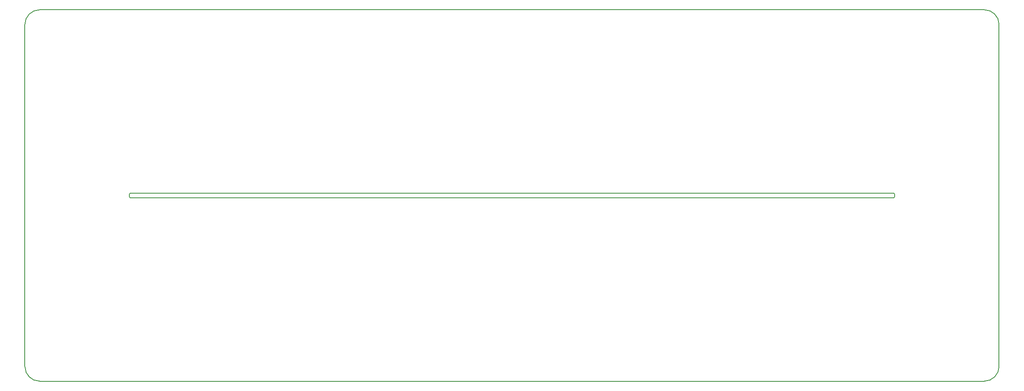
<source format=gm1>
G04 #@! TF.GenerationSoftware,KiCad,Pcbnew,(6.0.11-0)*
G04 #@! TF.CreationDate,2023-07-12T13:11:58+09:00*
G04 #@! TF.ProjectId,Tiny Dimply Qazy,54696e79-2044-4696-9d70-6c792051617a,rev?*
G04 #@! TF.SameCoordinates,Original*
G04 #@! TF.FileFunction,Profile,NP*
%FSLAX46Y46*%
G04 Gerber Fmt 4.6, Leading zero omitted, Abs format (unit mm)*
G04 Created by KiCad (PCBNEW (6.0.11-0)) date 2023-07-12 13:11:58*
%MOMM*%
%LPD*%
G01*
G04 APERTURE LIST*
G04 #@! TA.AperFunction,Profile*
%ADD10C,0.200000*%
G04 #@! TD*
G04 APERTURE END LIST*
D10*
X62309373Y-93866002D02*
X62309373Y-93466002D01*
X217090623Y-93466002D02*
X217090623Y-93866002D01*
X238212498Y-59066002D02*
G75*
G03*
X235212498Y-56066002I-2999998J2D01*
G01*
X44187503Y-56066003D02*
G75*
G03*
X41187503Y-59066002I-3J-2999997D01*
G01*
X235212498Y-131265999D02*
X44187503Y-131265999D01*
X217090598Y-93466002D02*
G75*
G03*
X216790623Y-93166002I-299998J2D01*
G01*
X235212498Y-131265998D02*
G75*
G03*
X238212498Y-128265999I2J2999998D01*
G01*
X41187501Y-128265999D02*
G75*
G03*
X44187503Y-131265999I2999999J-1D01*
G01*
X44187503Y-56066002D02*
X235212498Y-56066002D01*
X62309398Y-93866002D02*
G75*
G03*
X62609373Y-94166002I300002J2D01*
G01*
X41187503Y-128265999D02*
X41187503Y-59066002D01*
X238212498Y-59066002D02*
X238212498Y-128265999D01*
X216790623Y-94166023D02*
G75*
G03*
X217090623Y-93866002I-23J300023D01*
G01*
X62609373Y-93165973D02*
G75*
G03*
X62309373Y-93466002I27J-300027D01*
G01*
X216790623Y-94166002D02*
X62609373Y-94166002D01*
X62609373Y-93166002D02*
X216790623Y-93166002D01*
M02*

</source>
